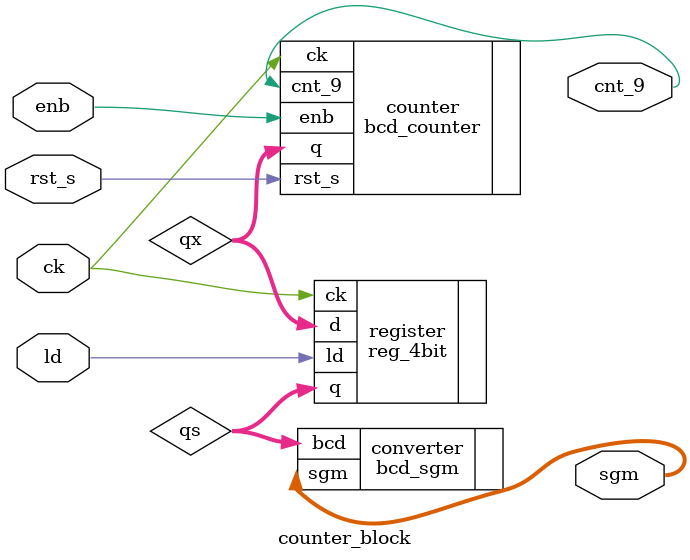
<source format=v>
`timescale 1 ns/100 ps
`include "src/bcd_sgm.v"
`include "src/reg_4bit.v"
`include "src/bcd_counter.v"

module counter_block( input ck,
						input rst_s,
						input enb,
						input ld,
						output [6:0] sgm,
						output cnt_9);
	wire [3:0] qx;
	wire [3:0] qs;
	bcd_counter counter (.ck(ck), .rst_s(rst_s), .enb(enb), .q(qx), .cnt_9(cnt_9));
	reg_4bit register (.ck(ck), .ld(ld), .d(qx), .q(qs));
	bcd_sgm converter (.bcd(qs), .sgm(sgm));
endmodule

</source>
